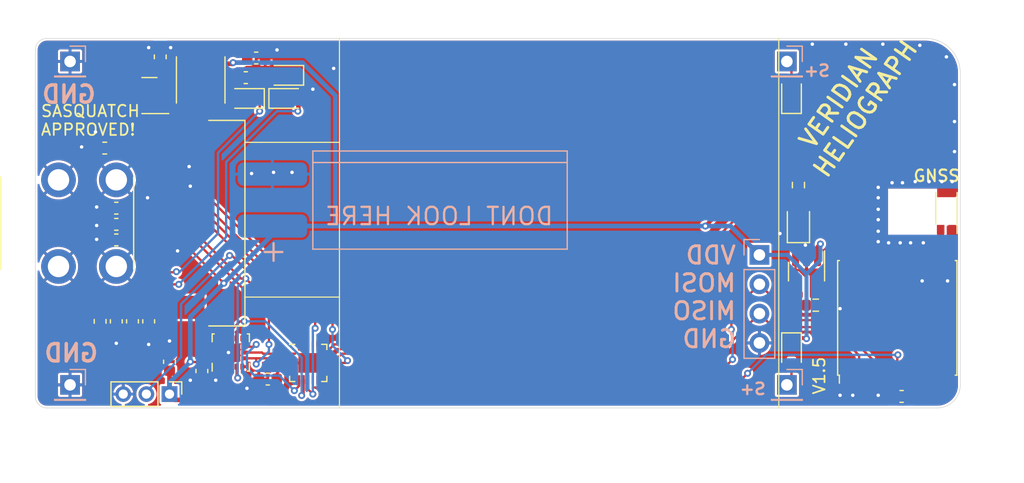
<source format=kicad_pcb>
(kicad_pcb (version 20211014) (generator pcbnew)
  (layers (0 "F.Cu" signal) (31 "B.Cu" signal) (34 "B.Paste" user) (35 "F.Paste" user) (36 "B.SilkS" user "B.Silkscreen") (37 "F.SilkS" user "F.Silkscreen") (38 "B.Mask" user) (39 "F.Mask" user) (44 "Edge.Cuts" user))
  (net 0 "")
  (net 1 "GND")
  (net 2 "GPS_EXINT")
  (net 3 "DISP_CS")
  (net 4 "GPS_UART_MOSI")
  (net 5 "GPS_UART_MISO")
  (net 6 "Net-(D2-Pad2)")
  (net 7 "LED")
  (net 8 "/GPS_RF")
  (net 9 "VBAT")
  (net 24 "SPI_MOSI")
  (net 25 "SPI_CLK")
  (net 26 "SPI_MISO")
  (net 27 "LIS_INT")
  (net 28 "LIS_CS")
  (net 29 "Net-(D1-Pad2)")
  (net 30 "Net-(D3-Pad2)")
  (net 31 "/VCOM")
  (net 32 "/VSL")
  (net 33 "/VSH1")
  (net 34 "/VGL")
  (net 35 "Net-(C22-Pad1)")
  (net 36 "Net-(C22-Pad2)")
  (net 37 "/VGH")
  (net 42 "DISP_BUSY")
  (net 43 "DISP_RES#")
  (net 44 "DISP_DC")
  (net 46 "Net-(C16-Pad1)")
  (net 47 "/VSH2")
  (net 48 "/GDR")
  (net 49 "/RESE")
  (net 50 "GPS_EN")
  (net 52 "UPDI")
  (net 53 "/GPSVDD")
  (footprint "Resistor_SMD:R_0603_1608Metric" (layer "F.Cu") (at 60.8 51.6 -90)
    (fp_text reference "R3" hide)
    (fp_text value "2.2")
  )
  (footprint "Diode_SMD:D_0805_2012Metric" (layer "F.Cu") (at 116 66 90)
    (fp_text reference "D2" hide)
    (fp_text value "LED")
  )
  (footprint "Capacitor_SMD:C_0603_1608Metric" (layer "F.Cu") (at 124.925 81)
    (fp_text reference "C5" hide)
    (fp_text value "1uF")
  )
  (footprint "Capacitor_SMD:C_0603_1608Metric" (layer "F.Cu") (at 56 59.5 180)
    (fp_text reference "C9" hide)
    (fp_text value "1uF")
  )
  (footprint "Capacitor_SMD:C_0603_1608Metric" (layer "F.Cu") (at 55.6 74.5 -90)
    (fp_text reference "C20" hide)
    (fp_text value "1uF")
  )
  (footprint "Heliograph:M4_RA_7792" (layer "F.Cu") (at 52 66 -90)
    (fp_text reference "J7" hide)
    (fp_text value "Screw_Terminal_01x01")
  )
  (footprint "Capacitor_SMD:C_0603_1608Metric" (layer "F.Cu") (at 64.4 78.8 90)
    (fp_text reference "C26" hide)
    (fp_text value "1uF")
  )
  (footprint "Package_LGA:LGA-16_3x3mm_P0.5mm_LayoutBorder3x5y" (layer "F.Cu") (at 66.9 77.2 90)
    (fp_text reference "U6" hide)
    (fp_text value "LIS3DH" hide)
  )
  (footprint "Capacitor_SMD:C_0402_1005Metric" (layer "F.Cu") (at 128.6 67.75 180)
    (fp_text reference "C1" hide)
    (fp_text value "3.3pF")
  )
  (footprint "RF_GPS:ublox_MAX" (layer "F.Cu") (at 124.55 74.2 90)
    (fp_text reference "U2" hide)
    (fp_text value "MAX-M10Q")
  )
  (footprint "RF_Antenna:Pulse_W3011" (layer "F.Cu") (at 128.8 64.95 180)
    (fp_text reference "AE1" hide)
    (fp_text value "Antenna_Shield")
  )
  (footprint "Resistor_SMD:R_0603_1608Metric" (layer "F.Cu") (at 117.5 73.1 180)
    (fp_text reference "R7" hide)
    (fp_text value "1M")
  )
  (footprint "Package_DFN_QFN:VQFN-20-1EP_3x3mm_P0.4mm_EP1.7x1.7mm" (layer "F.Cu") (at 73.6 78.1)
    (fp_text reference "U3" hide)
    (fp_text value "ATtiny3216-M")
  )
  (footprint "Capacitor_SMD:C_0603_1608Metric" (layer "F.Cu") (at 69.1 51.7 180)
    (fp_text reference "C4" hide)
    (fp_text value "1uF")
  )
  (footprint "Capacitor_SMD:C_0603_1608Metric" (layer "F.Cu") (at 61.6 78 90)
    (fp_text reference "C14" hide)
    (fp_text value "1uF")
  )
  (footprint "Capacitor_SMD:C_0603_1608Metric" (layer "F.Cu") (at 58.4 74.5 90)
    (fp_text reference "C21" hide)
    (fp_text value "1uF")
  )
  (footprint "Capacitor_SMD:C_0603_1608Metric" (layer "F.Cu") (at 57 74.5 -90)
    (fp_text reference "C3" hide)
    (fp_text value "1uF")
  )
  (footprint "Capacitor_SMD:C_0603_1608Metric" (layer "F.Cu") (at 68.2 53.4)
    (fp_text reference "C22" hide)
    (fp_text value "1uF")
  )
  (footprint "Diode_SMD:D_SOD-323" (layer "F.Cu") (at 115.4 77 -90)
    (fp_text reference "D1" hide)
    (fp_text value "B0530WS-TP")
  )
  (footprint "Capacitor_SMD:C_0603_1608Metric" (layer "F.Cu") (at 70.1 79.5 180)
    (fp_text reference "C19" hide)
    (fp_text value "1nF")
  )
  (footprint "Capacitor_SMD:C_0603_1608Metric" (layer "F.Cu") (at 59.8 74.5 -90)
    (fp_text reference "C2" hide)
    (fp_text value "1uF")
  )
  (footprint "Diode_SMD:D_SOD-323" (layer "F.Cu") (at 71.7 55.2)
    (fp_text reference "D5" hide)
    (fp_text value "B0530WS-TP")
  )
  (footprint "Package_TO_SOT_SMD:SOT-23-5" (layer "F.Cu") (at 116.7 70.2 -90)
    (fp_text reference "U1" hide)
    (fp_text value "MAX40200AUK")
  )
  (footprint "Capacitor_SMD:C_0603_1608Metric" (layer "F.Cu") (at 57 66.1 180)
    (fp_text reference "C16" hide)
    (fp_text value "1uF")
  )
  (footprint "Diode_SMD:D_SOD-323" (layer "F.Cu") (at 115.4 55 90)
    (fp_text reference "D3" hide)
    (fp_text value "B0530WS-TP")
  )
  (footprint "Diode_SMD:D_SOD-323" (layer "F.Cu") (at 68.3 55.2 180)
    (fp_text reference "D4" hide)
    (fp_text value "B0530WS-TP")
  )
  (footprint "Capacitor_SMD:C_0603_1608Metric" (layer "F.Cu") (at 57 67.45 180)
    (fp_text reference "C6" hide)
    (fp_text value "1uF")
  )
  (footprint "Resistor_SMD:R_0603_1608Metric" (layer "F.Cu") (at 116 62.7 90)
    (fp_text reference "R2" hide)
    (fp_text value "100")
  )
  (footprint "Heliograph:ER-CON24HT-1" (layer "F.Cu") (at 62 66 -90)
    (fp_text reference "J1" hide)
    (fp_text value "Conn_01x24_Female")
  )
  (footprint "Diode_SMD:D_SOD-323" (layer "F.Cu") (at 71.7 53.2 180)
    (fp_text reference "D6" hide)
    (fp_text value "B0530WS-TP")
  )
  (footprint "Inductor_SMD:L_Taiyo-Yuden_NR-40xx" (layer "F.Cu") (at 64.3 53.6 -90)
    (fp_text reference "L1" hide)
    (fp_text value "47uH")
  )
  (footprint "Package_TO_SOT_SMD:SOT-23" (layer "F.Cu") (at 59.8625 54.95 180)
    (fp_text reference "Q1" hide)
    (fp_text value "Q_NMOS_GSD")
  )
  (footprint "Connector_PinHeader_2.00mm:PinHeader_1x03_P2.00mm_Vertical" (layer "F.Cu") (at 61.6 80.8 -90)
    (fp_text reference "J4" hide)
    (fp_text value "Conn_01x03_Female")
  )
  (footprint "Capacitor_SMD:C_0603_1608Metric" (layer "F.Cu") (at 57 64.7)
    (fp_text reference "C15" hide)
    (fp_text value "1uF")
  )
  (footprint "Connector_PinHeader_2.54mm:PinHeader_1x01_P2.54mm_Vertical" (layer "B.Cu") (at 53 80 180)
    (fp_text reference "J2" hide)
    (fp_text value "GND")
  )
  (footprint "Connector_PinHeader_2.54mm:PinHeader_1x01_P2.54mm_Vertical" (layer "B.Cu") (at 53 52 180)
    (fp_text reference "J3" hide)
    (fp_text value "GND")
  )
  (footprint "Heliograph:TPLC3R8-25MR8X20" (layer "B.Cu") (at 74 64)
    (fp_text reference "C8" hide)
    (fp_text value "25F")
  )
  (footprint "Connector_PinHeader_2.54mm:PinHeader_1x01_P2.54mm_Vertical" (layer "B.Cu") (at 115 52 180)
    (fp_text reference "J6" hide)
    (fp_text value "Solar1+")
  )
  (footprint "Connector_PinHeader_2.54mm:PinHeader_1x01_P2.54mm_Vertical" (layer "B.Cu") (at 115 80 180)
    (fp_text reference "J5" hide)
    (fp_text value "Solar2+")
  )
  (footprint "Connector_PinSocket_2.54mm:PinSocket_1x04_P2.54mm_Vertical" (layer "B.Cu") (at 112.625 68.75 180)
    (fp_text reference "J8" hide)
    (fp_text value "Conn_01x04_Male")
  )
  (gr_line (start 68.1 72.4) (end 76.3 72.4) (layer "F.SilkS") (width 0.1))
  (gr_line (start 114.3 50) (end 114.3 82) (layer "F.SilkS") (width 0.1))
  (gr_line (start 76.3 50) (end 76.3 82) (layer "F.SilkS") (width 0.1))
  (gr_line (start 68.2 59) (end 76.3 59) (layer "F.SilkS") (width 0.1))
  (gr_arc (start 127 50) (mid 129.12132 50.87868) (end 130 53) (layer "Edge.Cuts") (width 0.05))
  (gr_line (start 130 53) (end 130 80) (layer "Edge.Cuts") (width 0.05))
  (gr_arc (start 50 51) (mid 50.292894 50.292894) (end 51 50) (layer "Edge.Cuts") (width 0.05))
  (gr_line (start 128 82) (end 51 82) (layer "Edge.Cuts") (width 0.05))
  (gr_arc (start 51 82) (mid 50.292894 81.707106) (end 50 81) (layer "Edge.Cuts") (width 0.05))
  (gr_arc (start 130 80) (mid 129.414214 81.414214) (end 128 82) (layer "Edge.Cuts") (width 0.05))
  (gr_line (start 50 51) (end 50 81) (layer "Edge.Cuts") (width 0.05))
  (gr_line (start 51 50) (end 127 50) (layer "Edge.Cuts") (width 0.05))
  (gr_text "GND" (at 53.1 77.25) (layer "B.SilkS") (effects (font (size 1.5 1.5) (thickness 0.3)) (justify mirror)))
  (gr_text "S+" (at 117.6 52.8) (layer "B.SilkS") (effects (font (size 1 1) (thickness 0.2)) (justify mirror)))
  (gr_text "S+" (at 112.05 80.35) (layer "B.SilkS") (effects (font (size 1 1) (thickness 0.2)) (justify mirror)))
  (gr_text "GND" (at 52.9 54.85) (layer "B.SilkS") (effects (font (size 1.5 1.5) (thickness 0.3)) (justify mirror)))
  (gr_text "DONT LOOK HERE " (at 84.35 65.4) (layer "B.SilkS") (effects (font (size 1.5 1.5) (thickness 0.2)) (justify mirror)))
  (gr_text "VDD\nMOSI\nMISO\nGND" (at 110.725 72.4) (layer "B.SilkS") (effects (font (size 1.5 1.5) (thickness 0.25)) (justify left mirror)))
  (gr_text "V1.5" (at 117.8 79.2 90) (layer "F.SilkS") (effects (font (size 1 1))))
  (gr_text "VERIDIAN \nHELIOGRAPH" (at 120.8 55.4 55) (layer "F.SilkS") (effects (font (size 1.5 1.5) (thickness 0.25))))
  (gr_text "SASQUATCH \nAPPROVED!" (at 50.4 57.1) (layer "F.SilkS") (effects (font (size 1 1)) (justify left)))
  (gr_text "GNSS" (at 127.95 61.9) (layer "F.SilkS") (effects (font (size 1 1) (thickness 0.18))))
  (via (at 126.8 67.7) (size 0.6) (drill 0.3) (layers "F.Cu" "B.Cu") (net 1))
  (via (at 59.8 76.5) (size 0.6) (drill 0.3) (layers "F.Cu" "B.Cu") (net 1))
  (via (at 61.6 76.2) (size 0.6) (drill 0.3) (layers "F.Cu" "B.Cu") (net 1))
  (via (at 68.3 80.3) (size 0.6) (drill 0.3) (layers "F.Cu" "B.Cu") (net 1))
  (via (at 126.1 62.4) (size 0.6) (drill 0.3) (layers "F.Cu" "B.Cu") (net 1))
  (via (at 126.7 71) (size 0.6) (drill 0.3) (layers "F.Cu" "B.Cu") (net 1))
  (via (at 54 59.4) (size 0.6) (drill 0.3) (layers "F.Cu" "B.Cu") (net 1))
  (via (at 117.2 50.5) (size 0.6) (drill 0.3) (layers "F.Cu" "B.Cu") (net 1))
  (via (at 125 62.5) (size 0.6) (drill 0.3) (layers "F.Cu" "B.Cu") (net 1))
  (via (at 122.9 65.7) (size 0.6) (drill 0.3) (layers "F.Cu" "B.Cu") (net 1))
  (via (at 70.9 51) (size 0.6) (drill 0.3) (layers "F.Cu" "B.Cu") (net 1))
  (via (at 59.7 63.8) (size 0.6) (drill 0.3) (layers "F.Cu" "B.Cu") (net 1))
  (via (at 124.8 67.7) (size 0.6) (drill 0.3) (layers "F.Cu" "B.Cu") (net 1))
  (via (at 122.9 66.7) (size 0.6) (drill 0.3) (layers "F.Cu" "B.Cu") (net 1))
  (via (at 66.7 77.2) (size 0.6) (drill 0.3) (layers "F.Cu" "B.Cu") (net 1))
  (via (at 123.3 50.5) (size 0.6) (drill 0.3) (layers "F.Cu" "B.Cu") (net 1))
  (via (at 119.6 80.9) (size 0.6) (drill 0.3) (layers "F.Cu" "B.Cu") (net 1))
  (via (at 122.9 67.6) (size 0.6) (drill 0.3) (layers "F.Cu" "B.Cu") (net 1))
  (via (at 128.8 51.6) (size 0.6) (drill 0.3) (layers "F.Cu" "B.Cu") (net 1))
  (via (at 125.7 67.7) (size 0.6) (drill 0.3) (layers "F.Cu" "B.Cu") (net 1))
  (via (at 129.5 59.8) (size 0.6) (drill 0.3) (layers "F.Cu" "B.Cu") (net 1))
  (via (at 63.4 79.6) (size 0.6) (drill 0.3) (layers "F.Cu" "B.Cu") (net 1))
  (via (at 57 76.4) (size 0.6) (drill 0.3) (layers "F.Cu" "B.Cu") (net 1))
  (via (at 122.9 64.8) (size 0.6) (drill 0.3) (layers "F.Cu" "B.Cu") (net 1))
  (via (at 129.5 57.2) (size 0.6) (drill 0.3) (layers "F.Cu" "B.Cu") (net 1))
  (via (at 65.6 79.6) (size 0.6) (drill 0.3) (layers "F.Cu" "B.Cu") (net 1))
  (via (at 124.1 62.5) (size 0.6) (drill 0.3) (layers "F.Cu" "B.Cu") (net 1))
  (via (at 120.7 80.9) (size 0.6) (drill 0.3) (layers "F.Cu" "B.Cu") (net 1))
  (via (at 62.3 68.4) (size 0.6) (drill 0.3) (layers "F.Cu" "B.Cu") (net 1))
  (via (at 122.9 62.9) (size 0.6) (drill 0.3) (layers "F.Cu" "B.Cu") (net 1))
  (via (at 127.3 62.4) (size 0.6) (drill 0.3) (layers "F.Cu" "B.Cu") (net 1))
  (via (at 126.5 50.6) (size 0.6) (drill 0.3) (layers "F.Cu" "B.Cu") (net 1))
  (via (at 128.4 62.4) (size 0.6) (drill 0.3) (layers "F.Cu" "B.Cu") (net 1))
  (via (at 70.6 61.6) (size 0.6) (drill 0.3) (layers "F.Cu" "B.Cu") (net 1))
  (via (at 128.9 71) (size 0.6) (drill 0.3) (layers "F.Cu" "B.Cu") (net 1))
  (via (at 55.3 64.6) (size 0.6) (drill 0.3) (layers "F.Cu" "B.Cu") (net 1))
  (via (at 55.3 66.2) (size 0.6) (drill 0.3) (layers "F.Cu" "B.Cu") (net 1))
  (via (at 72.2 61.6) (size 0.6) (drill 0.3) (layers "F.Cu" "B.Cu") (net 1))
  (via (at 61.7 50.8) (size 0.6) (drill 0.3) (layers "F.Cu" "B.Cu") (net 1))
  (via (at 119.6 73.4) (size 0.6) (drill 0.3) (layers "F.Cu" "B.Cu") (net 1))
  (via (at 129.5 54) (size 0.6) (drill 0.3) (layers "F.Cu" "B.Cu") (net 1))
  (via (at 55.2 58.1) (size 0.6) (drill 0.3) (layers "F.Cu" "B.Cu") (net 1))
  (via (at 114.4 66.9) (size 0.6) (drill 0.3) (layers "F.Cu" "B.Cu") (net 1))
  (via (at 75.8 52.6) (size 0.6) (drill 0.3) (layers "F.Cu" "B.Cu") (net 1))
  (via (at 63.4 62.8) (size 0.6) (drill 0.3) (layers "F.Cu" "B.Cu") (net 1))
  (via (at 120.1 50.5) (size 0.6) (drill 0.3) (layers "F.Cu" "B.Cu") (net 1))
  (via (at 68.7 61.7) (size 0.6) (drill 0.3) (layers "F.Cu" "B.Cu") (net 1))
  (via (at 55.3 67.4) (size 0.6) (drill 0.3) (layers "F.Cu" "B.Cu") (net 1))
  (via (at 116.6 67.9) (size 0.6) (drill 0.3) (layers "F.Cu" "B.Cu") (net 1))
  (via (at 74 54.4) (size 0.6) (drill 0.3) (layers "F.Cu" "B.Cu") (net 1))
  (via (at 129.3 62.4) (size 0.6) (drill 0.3) (layers "F.Cu" "B.Cu") (net 1))
  (via (at 59.8 50.8) (size 0.6) (drill 0.3) (layers "F.Cu" "B.Cu") (net 1))
  (via (at 122.9 80.9) (size 0.6) (drill 0.3) (layers "F.Cu" "B.Cu") (net 1))
  (via (at 122.9 63.8) (size 0.6) (drill 0.3) (layers "F.Cu" "B.Cu") (net 1))
  (via (at 63.3 61.1) (size 0.6) (drill 0.3) (layers "F.Cu" "B.Cu") (net 1))
  (via (at 123.8 67.7) (size 0.6) (drill 0.3) (layers "F.Cu" "B.Cu") (net 1))
  (segment (start 111.05 79.55) (end 111.6 79) (width 0.2) (layer "F.Cu") (net 2))
  (segment (start 74.4 79.55) (end 111.05 79.55) (width 0.2) (layer "F.Cu") (net 2))
  (segment (start 124.55 77.45) (end 124.6 77.4) (width 0.2) (layer "F.Cu") (net 2))
  (segment (start 124.55 78.95) (end 124.55 77.45) (width 0.2) (layer "F.Cu") (net 2))
  (via (at 111.6 79) (size 0.6) (drill 0.3) (layers "F.Cu" "B.Cu") (net 2))
  (via (at 124.6 77.4) (size 0.6) (drill 0.3) (layers "F.Cu" "B.Cu") (net 2))
  (segment (start 112.6 78) (end 113.2 77.4) (width 0.2) (layer "B.Cu") (net 2))
  (segment (start 113.2 77.4) (end 124.6 77.4) (width 0.2) (layer "B.Cu") (net 2))
  (segment (start 111.6 79) (end 112.6 78) (width 0.2) (layer "B.Cu") (net 2))
  (segment (start 64.65 65.75) (end 73.6 74.7) (width 0.2) (layer "F.Cu") (net 3))
  (segment (start 73.6 74.7) (end 73.6 76.65) (width 0.2) (layer "F.Cu") (net 3))
  (segment (start 60.8 65.75) (end 64.65 65.75) (width 0.2) (layer "F.Cu") (net 3))
  (segment (start 122.35 78.95) (end 122.35 77.75) (width 0.2) (layer "F.Cu") (net 4))
  (segment (start 75.05 78.9) (end 109.2 78.9) (width 0.2) (layer "F.Cu") (net 4))
  (segment (start 119 74.4) (end 115.735 74.4) (width 0.2) (layer "F.Cu") (net 4))
  (segment (start 109.2 78.9) (end 110.3 77.8) (width 0.2) (layer "F.Cu") (net 4))
  (segment (start 122.35 77.75) (end 119 74.4) (width 0.2) (layer "F.Cu") (net 4))
  (segment (start 110.2 73.715) (end 112.625 71.29) (width 0.2) (layer "F.Cu") (net 4))
  (segment (start 115.735 74.4) (end 112.625 71.29) (width 0.2) (layer "F.Cu") (net 4))
  (segment (start 110.2 75.2) (end 110.2 73.715) (width 0.2) (layer "F.Cu") (net 4))
  (via (at 110.3 77.8) (size 0.6) (drill 0.3) (layers "F.Cu" "B.Cu") (net 4))
  (via (at 110.2 75.2) (size 0.6) (drill 0.3) (layers "F.Cu" "B.Cu") (net 4))
  (segment (start 110.3 75.3) (end 110.2 75.2) (width 0.2) (layer "B.Cu") (net 4))
  (segment (start 110.3 77.8) (end 110.3 75.3) (width 0.2) (layer "B.Cu") (net 4))
  (segment (start 121.25 77.45) (end 121.25 78.95) (width 0.2) (layer "F.Cu") (net 5))
  (segment (start 107.955 78.5) (end 112.625 73.83) (width 0.2) (layer "F.Cu") (net 5))
  (segment (start 113.795 75) (end 118.8 75) (width 0.2) (layer "F.Cu") (net 5))
  (segment (start 75.05 78.5) (end 107.955 78.5) (width 0.2) (layer "F.Cu") (net 5))
  (segment (start 112.625 73.83) (end 113.795 75) (width 0.2) (layer "F.Cu") (net 5))
  (segment (start 118.8 75) (end 121.25 77.45) (width 0.2) (layer "F.Cu") (net 5))
  (segment (start 116 63.525) (end 116 65.0625) (width 0.2) (layer "F.Cu") (net 6))
  (segment (start 75.05 77.3) (end 75.85 76.5) (width 0.2) (layer "F.Cu") (net 7))
  (segment (start 75.85 76.5) (end 99.7 76.5) (width 0.2) (layer "F.Cu") (net 7))
  (segment (start 114.325 61.875) (end 116 61.875) (width 0.2) (layer "F.Cu") (net 7))
  (segment (start 99.7 76.5) (end 114.325 61.875) (width 0.2) (layer "F.Cu") (net 7))
  (segment (start 64.4 77.3) (end 64.4 78.025) (width 0.2) (layer "F.Cu") (net 9))
  (segment (start 70.875 79.025) (end 71.4 78.5) (width 0.2) (layer "F.Cu") (net 9))
  (segment (start 117.65 69.0625) (end 117.65 68.05) (width 0.35) (layer "F.Cu") (net 9))
  (segment (start 62.35 67.25) (end 66.3 71.2) (width 0.2) (layer "F.Cu") (net 9))
  (segment (start 67.925 52.1) (end 68.325 51.7) (width 0.4) (layer "F.Cu") (net 9))
  (segment (start 59.65 67.25) (end 59.4 67) (width 0.2) (layer "F.Cu") (net 9))
  (segment (start 70.8 80.4) (end 70.875 80.325) (width 0.35) (layer "F.Cu") (net 9))
  (segment (start 70.875 80.325) (end 70.875 79.5) (width 0.35) (layer "F.Cu") (net 9))
  (segment (start 67 52.2) (end 67.1 52.1) (width 0.4) (layer "F.Cu") (net 9))
  (segment (start 67.1 52.1) (end 67.925 52.1) (width 0.4) (layer "F.Cu") (net 9))
  (segment (start 65 76.7) (end 64.4 77.3) (width 0.2) (layer "F.Cu") (net 9))
  (segment (start 59.4 67) (end 59.4 65.4) (width 0.2) (layer "F.Cu") (net 9))
  (segment (start 63.425 78.025) (end 63.4 78) (width 0.2) (layer "F.Cu") (net 9))
  (segment (start 70.8 80.4) (end 69.9 81.3) (width 0.4) (layer "F.Cu") (net 9))
  (segment (start 115.4 58.8) (end 107.95 66.25) (width 0.35) (layer "F.Cu") (net 9))
  (segment (start 69.9 81.3) (end 62.1 81.3) (width 0.4) (layer "F.Cu") (net 9))
  (segment (start 60.8 67.25) (end 59.65 67.25) (width 0.2) (layer "F.Cu") (net 9))
  (segment (start 58.7 64.7) (end 57.775 64.7) (width 0.2) (layer "F.Cu") (net 9))
  (segment (start 59.4 65.4) (end 58.7 64.7) (width 0.2) (layer "F.Cu") (net 9))
  (segment (start 116.65 75.95) (end 116.7 76) (width 0.35) (layer "F.Cu") (net 9))
  (segment (start 117.65 68.05) (end 117.9 67.8) (width 0.35) (layer "F.Cu") (net 9))
  (segment (start 64.8 78.425) (end 64.4 78.025) (width 0.2) (layer "F.Cu") (net 9))
  (segment (start 71.4 78.5) (end 72.15 78.5) (width 0.2) (layer "F.Cu") (net 9))
  (segment (start 62.1 81.3) (end 61.6 80.8) (width 0.4) (layer "F.Cu") (net 9))
  (segment (start 60.8 67.25) (end 62.35 67.25) (width 0.2) (layer "F.Cu") (net 9))
  (segment (start 60.8 67.75) (end 60.8 67.25) (width 0.2) (layer "F.Cu") (net 9))
  (segment (start 64.3 52.2) (end 67 52.2) (width 0.4) (layer "F.Cu") (net 9))
  (segment (start 65.675 76.7) (end 65 76.7) (width 0.2) (layer "F.Cu") (net 9))
  (segment (start 115.4 75.95) (end 116.65 75.95) (width 0.35) (layer "F.Cu") (net 9))
  (segment (start 115.4 56.05) (end 115.4 58.8) (width 0.35) (layer "F.Cu") (net 9))
  (segment (start 70.875 79.5) (end 70.875 79.025) (width 0.2) (layer "F.Cu") (net 9))
  (segment (start 61.6 78.775) (end 61.6 80.8) (width 0.4) (layer "F.Cu") (net 9))
  (segment (start 65.9 78.425) (end 64.8 78.425) (width 0.2) (layer "F.Cu") (net 9))
  (segment (start 64.4 78.025) (end 63.425 78.025) (width 0.2) (layer "F.Cu") (net 9))
  (via (at 63.4 78) (size 0.6) (drill 0.3) (layers "F.Cu" "B.Cu") (net 9))
  (via (at 67.1 52.1) (size 0.6) (drill 0.3) (layers "F.Cu" "B.Cu") (net 9))
  (via (at 116.7 76) (size 0.6) (drill 0.3) (layers "F.Cu" "B.Cu") (net 9))
  (via (at 117.9 67.8) (size 0.6) (drill 0.3) (layers "F.Cu" "B.Cu") (net 9))
  (via (at 66.3 71.2) (size 0.6) (drill 0.3) (layers "F.Cu" "B.Cu") (net 9))
  (via (at 107.95 66.25) (size 0.6) (drill 0.3) (layers "F.Cu" "B.Cu") (net 9))
  (segment (start 70.5 66.25) (end 75.95 66.25) (width 0.4) (layer "B.Cu") (net 9))
  (segment (start 66.3 71.2) (end 70.5 67) (width 0.4) (layer "B.Cu") (net 9))
  (segment (start 66.3 71.2) (end 63.4 74.1) (width 0.4) (layer "B.Cu") (net 9))
  (segment (start 67.1 52.1) (end 73.1 52.1) (width 0.4) (layer "B.Cu") (net 9))
  (segment (start 116.7 70.4) (end 117.9 69.2) (width 0.35) (layer "B.Cu") (net 9))
  (segment (start 63.4 74.1) (end 63.4 78) (width 0.4) (layer "B.Cu") (net 9))
  (segment (start 63.4 78) (end 61.6 79.8) (width 0.4) (layer "B.Cu") (net 9))
  (segment (start 75.95 66.25) (end 107.95 66.25) (width 0.4) (layer "B.Cu") (net 9))
  (segment (start 107.95 66.25) (end 110.125 66.25) (width 0.4) (layer "B.Cu") (net 9))
  (segment (start 70.5 67) (end 70.5 66.25) (width 0.4) (layer "B.Cu") (net 9))
  (segment (start 75.95 54.95) (end 75.95 66.25) (width 0.4) (layer "B.Cu") (net 9))
  (segment (start 117.9 69.2) (end 117.9 67.8) (width 0.35) (layer "B.Cu") (net 9))
  (segment (start 116.7 70.4) (end 115.05 68.75) (width 0.35) (layer "B.Cu") (net 9))
  (segment (start 61.6 79.8) (end 61.6 80.8) (width 0.4) (layer "B.Cu") (net 9))
  (segment (start 73.1 52.1) (end 75.95 54.95) (width 0.4) (layer "B.Cu") (net 9))
  (segment (start 116.7 76) (end 116.7 70.4) (width 0.35) (layer "B.Cu") (net 9))
  (segment (start 110.125 66.25) (end 112.625 68.75) (width 0.4) (layer "B.Cu") (net 9))
  (segment (start 115.05 68.75) (end 112.625 68.75) (width 0.35) (layer "B.Cu") (net 9))
  (segment (start 70.2 76.5) (end 70.2 73.9) (width 0.2) (layer "F.Cu") (net 24))
  (segment (start 69.1 77.7) (end 69.1 78.2) (width 0.2) (layer "F.Cu") (net 24))
  (segment (start 70.2 73.9) (end 63.05 66.75) (width 0.2) (layer "F.Cu") (net 24))
  (segment (start 69.7 77.7) (end 68.125 77.7) (width 0.2) (layer "F.Cu") (net 24))
  (segment (start 63.05 66.75) (end 60.8 66.75) (width 0.2) (layer "F.Cu") (net 24))
  (segment (start 72.15 77.7) (end 69.7 77.7) (width 0.2) (layer "F.Cu") (net 24))
  (via (at 69.1 78.2) (size 0.6) (drill 0.3) (layers "F.Cu" "B.Cu") (net 24))
  (via (at 70.2 76.5) (size 0.6) (drill 0.3) (layers "F.Cu" "B.Cu") (net 24))
  (segment (start 70.2 77.1) (end 69.1 78.2) (width 0.2) (layer "B.Cu") (net 24))
  (segment (start 70.2 76.5) (end 70.2 77.1) (width 0.2) (layer "B.Cu") (net 24))
  (segment (start 63.25 66.25) (end 60.8 66.25) (width 0.2) (layer "F.Cu") (net 25))
  (segment (start 68.2 70.8) (end 67.8 70.8) (width 0.2) (layer "F.Cu") (net 25))
  (segment (start 68.2 70.8) (end 72.8 75.4) (width 0.2) (layer "F.Cu") (net 25))
  (segment (start 72.8 75.4) (end 72.8 76.65) (width 0.2) (layer "F.Cu") (net 25))
  (segment (start 67.4 79.3) (end 67.4 78.425) (width 0.2) (layer "F.Cu") (net 25))
  (segment (start 67.8 70.8) (end 63.25 66.25) (width 0.2) (layer "F.Cu") (net 25))
  (segment (start 67.5 79.4) (end 67.4 79.3) (width 0.2) (layer "F.Cu") (net 25))
  (via (at 68.2 70.8) (size 0.6) (drill 0.3) (layers "F.Cu" "B.Cu") (net 25))
  (via (at 67.5 79.4) (size 0.6) (drill 0.3) (layers "F.Cu" "B.Cu") (net 25))
  (segment (start 67.5 71.5) (end 67.5 79.4) (width 0.2) (layer "B.Cu") (net 25))
  (segment (start 68.2 70.8) (end 67.5 71.5) (width 0.2) (layer "B.Cu") (net 25))
  (segment (start 68.125 77.2) (end 69.6 77.2) (width 0.2) (layer "F.Cu") (net 26))
  (segment (start 69.6 77.2) (end 69.7 77.3) (width 0.2) (layer "F.Cu") (net 26))
  (segment (start 69.7 77.3) (end 72.15 77.3) (width 0.2) (layer "F.Cu") (net 26))
  (segment (start 73.2 80.75324) (end 73.031944 80.921296) (width 0.2) (layer "F.Cu") (net 27))
  (segment (start 67.7 74.5) (end 66.9 75.3) (width 0.2) (layer "F.Cu") (net 27))
  (segment (start 68.0595 74.5) (end 67.7 74.5) (width 0.2) (layer "F.Cu") (net 27))
  (segment (start 73.2 79.55) (end 73.2 80.75324) (width 0.2) (layer "F.Cu") (net 27))
  (segment (start 66.9 75.3) (end 66.9 75.975) (width 0.2) (layer "F.Cu") (net 27))
  (via (at 68.0595 74.5) (size 0.6) (drill 0.3) (layers "F.Cu" "B.Cu") (net 27))
  (via (at 73.031944 80.921296) (size 0.6) (drill 0.3) (layers "F.Cu" "B.Cu") (net 27))
  (segment (start 68.0595 74.5) (end 69.9 74.5) (width 0.2) (layer "B.Cu") (net 27))
  (segment (start 69.9 74.5) (end 73.031944 77.631944) (width 0.2) (layer "B.Cu") (net 27))
  (segment (start 73.031944 77.631944) (end 73.031944 80.921296) (width 0.2) (layer "B.Cu") (net 27))
  (segment (start 68.9 76.7) (end 69.1 76.5) (width 0.2) (layer "F.Cu") (net 28))
  (segment (start 68.125 76.7) (end 68.9 76.7) (width 0.2) (layer "F.Cu") (net 28))
  (segment (start 72.8 79.55) (end 72.8 80.1) (width 0.2) (layer "F.Cu") (net 28))
  (segment (start 72.8 80.1) (end 72.4 80.5) (width 0.2) (layer "F.Cu") (net 28))
  (via (at 72.4 80.5) (size 0.6) (drill 0.3) (layers "F.Cu" "B.Cu") (net 28))
  (via (at 69.1 76.5) (size 0.6) (drill 0.3) (layers "F.Cu" "B.Cu") (net 28))
  (segment (start 68.3 78.540489) (end 68.3 77.3) (width 0.2) (layer "B.Cu") (net 28))
  (segment (start 68.3 77.3) (end 69.1 76.5) (width 0.2) (layer "B.Cu") (net 28))
  (segment (start 72.4 80.5) (end 71.1 79.2) (width 0.2) (layer "B.Cu") (net 28))
  (segment (start 68.959511 79.2) (end 68.3 78.540489) (width 0.2) (layer "B.Cu") (net 28))
  (segment (start 71.1 79.2) (end 68.959511 79.2) (width 0.2) (layer "B.Cu") (net 28))
  (segment (start 115.4 78.05) (end 115.4 79.6) (width 0.2) (layer "F.Cu") (net 29))
  (segment (start 115.4 79.6) (end 115 80) (width 0.2) (layer "F.Cu") (net 29))
  (segment (start 115.4 53.95) (end 115.4 52.4) (width 0.2) (layer "F.Cu") (net 30))
  (segment (start 115.4 52.4) (end 115 52) (width 0.2) (layer "F.Cu") (net 30))
  (segment (start 59.8 72.2) (end 60.25 71.75) (width 0.2) (layer "F.Cu") (net 31))
  (segment (start 59.8 73.725) (end 59.8 72.2) (width 0.2) (layer "F.Cu") (net 31))
  (segment (start 60.25 71.75) (end 60.8 71.75) (width 0.2) (layer "F.Cu") (net 31))
  (segment (start 57 73.5) (end 59.75 70.75) (width 0.2) (layer "F.Cu") (net 32))
  (segment (start 57 73.725) (end 57 73.5) (width 0.2) (layer "F.Cu") (net 32))
  (segment (start 59.75 70.75) (end 60.8 70.75) (width 0.2) (layer "F.Cu") (net 32))
  (segment (start 57.775 67.575) (end 57.775 67.45) (width 0.2) (layer "F.Cu") (net 33))
  (segment (start 60.8 69.75) (end 59.95 69.75) (width 0.2) (layer "F.Cu") (net 33))
  (segment (start 59.95 69.75) (end 57.775 67.575) (width 0.2) (layer "F.Cu") (net 33))
  (segment (start 59.975 71.25) (end 58.4 72.825) (width 0.2) (layer "F.Cu") (net 34))
  (segment (start 60.8 71.25) (end 59.975 71.25) (width 0.2) (layer "F.Cu") (net 34))
  (segment (start 72.75 56.25) (end 72.7 56.3) (width 0.4) (layer "F.Cu") (net 34))
  (segment (start 62.4 71.3) (end 60.85 71.3) (width 0.2) (layer "F.Cu") (net 34))
  (segment (start 58.4 72.825) (end 58.4 73.725) (width 0.2) (layer "F.Cu") (net 34))
  (segment (start 60.85 71.3) (end 60.8 71.25) (width 0.2) (layer "F.Cu") (net 34))
  (segment (start 72.75 55.2) (end 72.75 56.25) (width 0.4) (layer "F.Cu") (net 34))
  (via (at 72.7 56.3) (size 0.6) (drill 0.3) (layers "F.Cu" "B.Cu") (net 34))
  (via (at 62.4 71.3) (size 0.6) (drill 0.3) (layers "F.Cu" "B.Cu") (net 34))
  (segment (start 66.5 67.2) (end 62.4 71.3) (width 0.2) (layer "B.Cu") (net 34))
  (segment (start 66.5 60.7) (end 66.5 67.2) (width 0.2) (layer "B.Cu") (net 34))
  (segment (start 70.9 56.3) (end 66.5 60.7) (width 0.2) (layer "B.Cu") (net 34))
  (segment (start 72.7 56.3) (end 70.9 56.3) (width 0.2) (layer "B.Cu") (net 34))
  (segment (start 64.3 55) (end 67.325 55) (width 0.2) (layer "F.Cu") (net 35))
  (segment (start 67.45 53.3) (end 67.45 55.075) (width 0.2) (layer "F.Cu") (net 35))
  (segment (start 58.925 54.95) (end 58.975 55) (width 0.2) (layer "F.Cu") (net 35))
  (segment (start 67.325 55) (end 67.425 55.1) (width 0.2) (layer "F.Cu") (net 35))
  (segment (start 67.45 55.075) (end 67.425 55.1) (width 0.2) (layer "F.Cu") (net 35))
  (segment (start 58.975 55) (end 64.3 55) (width 0.2) (layer "F.Cu") (net 35))
  (segment (start 69.175 53.2) (end 68.975 53.4) (width 0.2) (layer "F.Cu") (net 36))
  (segment (start 70.65 53.2) (end 69.175 53.2) (width 0.2) (layer "F.Cu") (net 36))
  (segment (start 70.65 55.2) (end 70.65 53.2) (width 0.2) (layer "F.Cu") (net 36))
  (segment (start 69.4 56.3) (end 69.4 55.25) (width 0.2) (layer "F.Cu") (net 37))
  (segment (start 55.6 73.2) (end 55.6 73.7125) (width 0.2) (layer "F.Cu") (net 37))
  (segment (start 56.3 72.5) (end 55.6 73.2) (width 0.2) (layer "F.Cu") (net 37))
  (segment (start 60.8 70.25) (end 59.55 70.25) (width 0.2) (layer "F.Cu") (net 37))
  (segment (start 60.8 70.25) (end 62.15 70.25) (width 0.2) (layer "F.Cu") (net 37))
  (segment (start 57.3 72.5) (end 56.3 72.5) (width 0.2) (layer "F.Cu") (net 37))
  (segment (start 69.4 55.25) (end 69.35 55.2) (width 0.2) (layer "F.Cu") (net 37))
  (segment (start 62.15 70.25) (end 62.2 70.2) (width 0.2) (layer "F.Cu") (net 37))
  (segment (start 59.55 70.25) (end 57.3 72.5) (width 0.2) (layer "F.Cu") (net 37))
  (via (at 62.2 70.2) (size 0.6) (drill 0.3) (layers "F.Cu" "B.Cu") (net 37))
  (via (at 69.4 56.3) (size 0.6) (drill 0.3) (layers "F.Cu" "B.Cu") (net 37))
  (segment (start 62.2 70.2) (end 62.5 70.2) (width 0.2) (layer "B.Cu") (net 37))
  (segment (start 62.5 70.2) (end 65.8 66.9) (width 0.2) (layer "B.Cu") (net 37))
  (segment (start 65.8 59.9) (end 69.4 56.3) (width 0.2) (layer "B.Cu") (net 37))
  (segment (start 65.8 66.9) (end 65.8 59.9) (width 0.2) (layer "B.Cu") (net 37))
  (segment (start 60.840489 64.159511) (end 60.8 64.2) (width 0.2) (layer "F.Cu") (net 42))
  (segment (start 75.7 75.2) (end 75.7 74.5) (width 0.2) (layer "F.Cu") (net 42))
  (segment (start 75.7 74.5) (end 65.359511 64.159511) (width 0.2) (layer "F.Cu") (net 42))
  (segment (start 77 77.9) (end 76.8 78.1) (width 0.2) (layer "F.Cu") (net 42))
  (segment (start 76.8 78.1) (end 75.05 78.1) (width 0.2) (layer "F.Cu") (net 42))
  (segment (start 65.359511 64.159511) (end 60.840489 64.159511) (width 0.2) (layer "F.Cu") (net 42))
  (segment (start 60.8 64.2) (end 60.8 64.25) (width 0.2) (layer "F.Cu") (net 42))
  (via (at 77 77.9) (size 0.6) (drill 0.3) (layers "F.Cu" "B.Cu") (net 42))
  (via (at 75.7 75.2) (size 0.6) (drill 0.3) (layers "F.Cu" "B.Cu") (net 42))
  (segment (start 75.7 75.2) (end 75.7 76.6) (width 0.2) (layer "B.Cu") (net 42))
  (segment (start 75.7 76.6) (end 77 77.9) (width 0.2) (layer "B.Cu") (net 42))
  (segment (start 75 75.6) (end 74.4 76.2) (width 0.2) (layer "F.Cu") (net 43))
  (segment (start 74.4 76.2) (end 74.4 76.65) (width 0.2) (layer "F.Cu") (net 43))
  (segment (start 60.8 64.75) (end 65.05 64.75) (width 0.2) (layer "F.Cu") (net 43))
  (segment (start 75 74.7) (end 75 75.6) (width 0.2) (layer "F.Cu") (net 43))
  (segment (start 65.05 64.75) (end 75 74.7) (width 0.2) (layer "F.Cu") (net 43))
  (segment (start 74.2 75.1) (end 74.2 74.6) (width 0.2) (layer "F.Cu") (net 44))
  (segment (start 73.6 79.55) (end 73.6 80.4) (width 0.2) (layer "F.Cu") (net 44))
  (segment (start 73.6 80.4) (end 74 80.8) (width 0.2) (layer "F.Cu") (net 44))
  (segment (start 64.85 65.25) (end 60.8 65.25) (width 0.2) (layer "F.Cu") (net 44))
  (segment (start 74.2 74.6) (end 64.85 65.25) (width 0.2) (layer "F.Cu") (net 44))
  (via (at 74.2 75.1) (size 0.6) (drill 0.3) (layers "F.Cu" "B.Cu") (net 44))
  (via (at 74 80.8) (size 0.6) (drill 0.3) (layers "F.Cu" "B.Cu") (net 44))
  (segment (start 74 75.3) (end 74 80.8) (width 0.2) (layer "B.Cu") (net 44))
  (segment (start 74.2 75.1) (end 74 75.3) (width 0.2) (layer "B.Cu") (net 44))
  (segment (start 58.4 66.1) (end 57.775 66.1) (width 0.2) (layer "F.Cu") (net 46))
  (segment (start 60.8 68.75) (end 59.95 68.75) (width 0.2) (layer "F.Cu") (net 46))
  (segment (start 58.8 67.6) (end 58.8 66.5) (width 0.2) (layer "F.Cu") (net 46))
  (segment (start 58.8 66.5) (end 58.4 66.1) (width 0.2) (layer "F.Cu") (net 46))
  (segment (start 59.95 68.75) (end 58.8 67.6) (width 0.2) (layer "F.Cu") (net 46))
  (segment (start 57.2 59.5) (end 56.7875 59.5) (width 0.2) (layer "F.Cu") (net 47))
  (segment (start 60.8 62.25) (end 59.95 62.25) (width 0.2) (layer "F.Cu") (net 47))
  (segment (start 59.95 62.25) (end 57.2 59.5) (width 0.2) (layer "F.Cu") (net 47))
  (segment (start 60.8 60.75) (end 60.005978 60.75) (width 0.2) (layer "F.Cu") (net 48))
  (segment (start 59.3 60.044022) (end 59.3 57.4) (width 0.2) (layer "F.Cu") (net 48))
  (segment (start 59.3 57.4) (end 60.8 55.9) (width 0.2) (layer "F.Cu") (net 48))
  (segment (start 60.005978 60.75) (end 59.3 60.044022) (width 0.2) (layer "F.Cu") (net 48))
  (segment (start 58 54) (end 60.8 54) (width 0.2) (layer "F.Cu") (net 49))
  (segment (start 60.8 61.25) (end 59.75 61.25) (width 0.2) (layer "F.Cu") (net 49))
  (segment (start 59.75 61.25) (end 57.6 59.1) (width 0.2) (layer "F.Cu") (net 49))
  (segment (start 57.6 59.1) (end 57.6 54.4) (width 0.2) (layer "F.Cu") (net 49))
  (segment (start 60.8 52.3875) (end 60.8 54) (width 0.2) (layer "F.Cu") (net 49))
  (segment (start 57.6 54.4) (end 58 54) (width 0.2) (layer "F.Cu") (net 49))
  (segment (start 75.05 77.7) (end 76.1 77.7) (width 0.2) (layer "F.Cu") (net 50))
  (segment (start 76.5 77.3) (end 103.4 77.3) (width 0.2) (layer "F.Cu") (net 50))
  (segment (start 76.1 77.7) (end 76.5 77.3) (width 0.2) (layer "F.Cu") (net 50))
  (segment (start 116.675 70.675) (end 116.0625 70.0625) (width 0.2) (layer "F.Cu") (net 50))
  (segment (start 103.4 77.3) (end 110.6375 70.0625) (width 0.2) (layer "F.Cu") (net 50))
  (segment (start 115.75 69.0625) (end 115.75 70.0625) (width 0.2) (layer "F.Cu") (net 50))
  (segment (start 116.675 73.1) (end 116.675 70.675) (width 0.2) (layer "F.Cu") (net 50))
  (segment (start 116.0625 70.0625) (end 115.7 70.0625) (width 0.2) (layer "F.Cu") (net 50))
  (segment (start 110.6375 70.0625) (end 115.75 70.0625) (width 0.2) (layer "F.Cu") (net 50))
  (segment (start 73.2 76.65) (end 73.2 75) (width 0.2) (layer "F.Cu") (net 52))
  (segment (start 66.9 68.7) (end 66.8 68.8) (width 0.2) (layer "F.Cu") (net 52))
  (segment (start 73.2 75) (end 66.9 68.7) (width 0.2) (layer "F.Cu") (net 52))
  (via (at 66.8 68.8) (size 0.6) (drill 0.3) (layers "F.Cu" "B.Cu") (net 52))
  (segment (start 62.6 73) (end 62.6 77.6) (width 0.2) (layer "B.Cu") (net 52))
  (segment (start 62.6 77.6) (end 59.6 80.6) (width 0.2) (layer "B.Cu") (net 52))
  (segment (start 59.6 80.6) (end 59.6 80.8) (width 0.2) (layer "B.Cu") (net 52))
  (segment (start 66.8 68.8) (end 62.6 73) (width 0.2) (layer "B.Cu") (net 52))
  (segment (start 119.8375 72.3375) (end 123.3375 72.3375) (width 0.4) (layer "F.Cu") (net 53))
  (segment (start 125.65 74.65) (end 125.65 78.95) (width 0.4) (layer "F.Cu") (net 53))
  (segment (start 123.3375 72.3375) (end 125.65 74.65) (width 0.4) (layer "F.Cu") (net 53))
  (segment (start 117.65 71.3375) (end 118.8375 71.3375) (width 0.4) (layer "F.Cu") (net 53))
  (segment (start 126.775 78.975) (end 126.75 78.95) (width 0.3) (layer "F.Cu") (net 53))
  (segment (start 125.7 81) (end 125.7 78.975) (width 0.3) (layer "F.Cu") (net 53))
  (segment (start 118.8375 71.3375) (end 119.8375 72.3375) (width 0.4) (layer "F.Cu") (net 53))
  (segment (start 125.65 78.95) (end 127.85 78.95) (width 0.3) (layer "F.Cu") (net 53))
  (zone (net 1) (net_name "GND") (layers F&B.Cu) (connect_pads (clearance 0.2)) (min_thickness 0.15) (fill yes (thermal_gap 0.2) (thermal_bridge_width 0.254))
    (polygon (pts (xy 135.516615 83.926847) (xy 49.35 83.1) (xy 49.35 47.3) (xy 134.616615 46.676847)))
  )
  (zone (net 0) (net_name "") (layer "F.Cu") (connect_pads (clearance 0)) (min_thickness 0.15)
    (keepout (tracks allowed) (vias allowed) (pads allowed) (copperpour not_allowed) (footprints allowed))
    (fill (thermal_gap 0.2) (thermal_bridge_width 0.254))
    (polygon (pts (xy 128.05 63) (xy 128.05 63.7) (xy 130 63.7) (xy 130 66.2) (xy 128 66.2) (xy 128 67) (xy 123.75 67) (xy 123.75 63)))
  )
  (zone (net 8) (net_name "/GPS_RF") (layer "F.Cu") (priority 1) (connect_pads yes (clearance 0.2)) (min_thickness 0.15) (fill yes (thermal_gap 0.2) (thermal_bridge_width 0.254) (smoothing fillet) (radius 0.25))
    (polygon (pts (xy 128.6 66.95) (xy 128.25 68.8) (xy 128.25 69.9) (xy 127.45 69.9) (xy 127.45 68.7) (xy 128 66.95) (xy 128 66.35) (xy 128.6 66.35)))
  )
  (zone (net 0) (net_name "") (layer "F.Cu") (connect_pads (clearance 0)) (min_thickness 0.15)
    (keepout (tracks allowed) (vias allowed) (pads allowed) (copperpour not_allowed) (footprints allowed))
    (fill (thermal_gap 0.2) (thermal_bridge_width 0.254))
    (polygon (pts (xy 62.45 52.8) (xy 62.45 54.4) (xy 66.15 54.4) (xy 66.15 52.8)))
  )
  (zone (net 0) (net_name "") (layer "B.Cu") (connect_pads (clearance 0)) (min_thickness 0.15)
    (keepout (tracks allowed) (vias allowed) (pads allowed) (copperpour not_allowed) (footprints allowed))
    (fill (thermal_gap 0.2) (thermal_bridge_width 0.254))
    (polygon (pts (xy 130 63) (xy 130 67) (xy 123.75 67) (xy 123.75 63)))
  )
)
</source>
